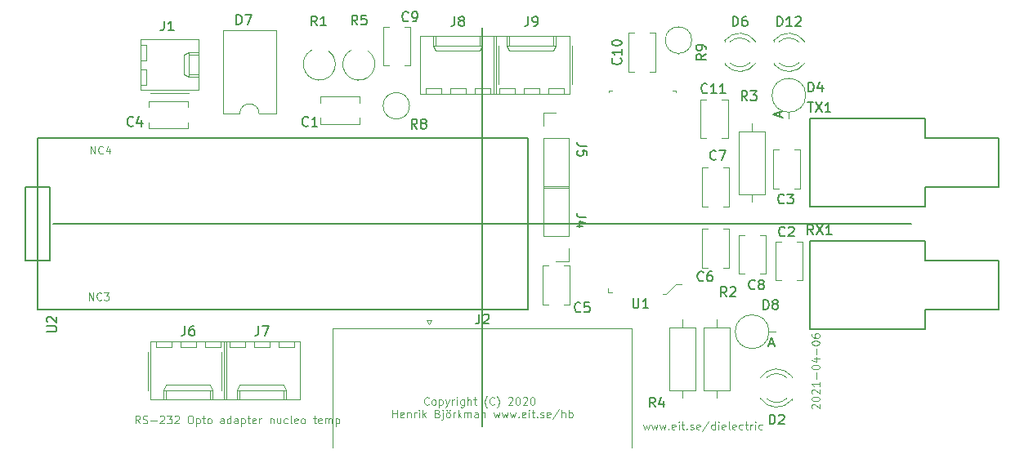
<source format=gbr>
G04 #@! TF.GenerationSoftware,KiCad,Pcbnew,5.1.5+dfsg1-2build2*
G04 #@! TF.CreationDate,2021-04-05T17:16:35+02:00*
G04 #@! TF.ProjectId,opto_board,6f70746f-5f62-46f6-9172-642e6b696361,rev?*
G04 #@! TF.SameCoordinates,Original*
G04 #@! TF.FileFunction,Legend,Top*
G04 #@! TF.FilePolarity,Positive*
%FSLAX46Y46*%
G04 Gerber Fmt 4.6, Leading zero omitted, Abs format (unit mm)*
G04 Created by KiCad (PCBNEW 5.1.5+dfsg1-2build2) date 2021-04-05 17:16:35*
%MOMM*%
%LPD*%
G04 APERTURE LIST*
%ADD10C,0.100000*%
%ADD11C,0.200000*%
%ADD12C,0.120000*%
%ADD13C,0.150000*%
G04 APERTURE END LIST*
D10*
X148482095Y-108025714D02*
X148444000Y-107987619D01*
X148405904Y-107911428D01*
X148405904Y-107720952D01*
X148444000Y-107644761D01*
X148482095Y-107606666D01*
X148558285Y-107568571D01*
X148634476Y-107568571D01*
X148748761Y-107606666D01*
X149205904Y-108063809D01*
X149205904Y-107568571D01*
X148405904Y-107073333D02*
X148405904Y-106997142D01*
X148444000Y-106920952D01*
X148482095Y-106882857D01*
X148558285Y-106844761D01*
X148710666Y-106806666D01*
X148901142Y-106806666D01*
X149053523Y-106844761D01*
X149129714Y-106882857D01*
X149167809Y-106920952D01*
X149205904Y-106997142D01*
X149205904Y-107073333D01*
X149167809Y-107149523D01*
X149129714Y-107187619D01*
X149053523Y-107225714D01*
X148901142Y-107263809D01*
X148710666Y-107263809D01*
X148558285Y-107225714D01*
X148482095Y-107187619D01*
X148444000Y-107149523D01*
X148405904Y-107073333D01*
X148482095Y-106501904D02*
X148444000Y-106463809D01*
X148405904Y-106387619D01*
X148405904Y-106197142D01*
X148444000Y-106120952D01*
X148482095Y-106082857D01*
X148558285Y-106044761D01*
X148634476Y-106044761D01*
X148748761Y-106082857D01*
X149205904Y-106540000D01*
X149205904Y-106044761D01*
X149205904Y-105282857D02*
X149205904Y-105740000D01*
X149205904Y-105511428D02*
X148405904Y-105511428D01*
X148520190Y-105587619D01*
X148596380Y-105663809D01*
X148634476Y-105740000D01*
X148901142Y-104940000D02*
X148901142Y-104330476D01*
X148405904Y-103797142D02*
X148405904Y-103720952D01*
X148444000Y-103644761D01*
X148482095Y-103606666D01*
X148558285Y-103568571D01*
X148710666Y-103530476D01*
X148901142Y-103530476D01*
X149053523Y-103568571D01*
X149129714Y-103606666D01*
X149167809Y-103644761D01*
X149205904Y-103720952D01*
X149205904Y-103797142D01*
X149167809Y-103873333D01*
X149129714Y-103911428D01*
X149053523Y-103949523D01*
X148901142Y-103987619D01*
X148710666Y-103987619D01*
X148558285Y-103949523D01*
X148482095Y-103911428D01*
X148444000Y-103873333D01*
X148405904Y-103797142D01*
X148672571Y-102844761D02*
X149205904Y-102844761D01*
X148367809Y-103035238D02*
X148939238Y-103225714D01*
X148939238Y-102730476D01*
X148901142Y-102425714D02*
X148901142Y-101816190D01*
X148405904Y-101282857D02*
X148405904Y-101206666D01*
X148444000Y-101130476D01*
X148482095Y-101092380D01*
X148558285Y-101054285D01*
X148710666Y-101016190D01*
X148901142Y-101016190D01*
X149053523Y-101054285D01*
X149129714Y-101092380D01*
X149167809Y-101130476D01*
X149205904Y-101206666D01*
X149205904Y-101282857D01*
X149167809Y-101359047D01*
X149129714Y-101397142D01*
X149053523Y-101435238D01*
X148901142Y-101473333D01*
X148710666Y-101473333D01*
X148558285Y-101435238D01*
X148482095Y-101397142D01*
X148444000Y-101359047D01*
X148405904Y-101282857D01*
X148405904Y-100330476D02*
X148405904Y-100482857D01*
X148444000Y-100559047D01*
X148482095Y-100597142D01*
X148596380Y-100673333D01*
X148748761Y-100711428D01*
X149053523Y-100711428D01*
X149129714Y-100673333D01*
X149167809Y-100635238D01*
X149205904Y-100559047D01*
X149205904Y-100406666D01*
X149167809Y-100330476D01*
X149129714Y-100292380D01*
X149053523Y-100254285D01*
X148863047Y-100254285D01*
X148786857Y-100292380D01*
X148748761Y-100330476D01*
X148710666Y-100406666D01*
X148710666Y-100559047D01*
X148748761Y-100635238D01*
X148786857Y-100673333D01*
X148863047Y-100711428D01*
X73539476Y-96805704D02*
X73539476Y-96005704D01*
X73996619Y-96805704D01*
X73996619Y-96005704D01*
X74834714Y-96729514D02*
X74796619Y-96767609D01*
X74682333Y-96805704D01*
X74606142Y-96805704D01*
X74491857Y-96767609D01*
X74415666Y-96691419D01*
X74377571Y-96615228D01*
X74339476Y-96462847D01*
X74339476Y-96348561D01*
X74377571Y-96196180D01*
X74415666Y-96119990D01*
X74491857Y-96043800D01*
X74606142Y-96005704D01*
X74682333Y-96005704D01*
X74796619Y-96043800D01*
X74834714Y-96081895D01*
X75101380Y-96005704D02*
X75596619Y-96005704D01*
X75329952Y-96310466D01*
X75444238Y-96310466D01*
X75520428Y-96348561D01*
X75558523Y-96386657D01*
X75596619Y-96462847D01*
X75596619Y-96653323D01*
X75558523Y-96729514D01*
X75520428Y-96767609D01*
X75444238Y-96805704D01*
X75215666Y-96805704D01*
X75139476Y-96767609D01*
X75101380Y-96729514D01*
X73691876Y-81641904D02*
X73691876Y-80841904D01*
X74149019Y-81641904D01*
X74149019Y-80841904D01*
X74987114Y-81565714D02*
X74949019Y-81603809D01*
X74834733Y-81641904D01*
X74758542Y-81641904D01*
X74644257Y-81603809D01*
X74568066Y-81527619D01*
X74529971Y-81451428D01*
X74491876Y-81299047D01*
X74491876Y-81184761D01*
X74529971Y-81032380D01*
X74568066Y-80956190D01*
X74644257Y-80880000D01*
X74758542Y-80841904D01*
X74834733Y-80841904D01*
X74949019Y-80880000D01*
X74987114Y-80918095D01*
X75672828Y-81108571D02*
X75672828Y-81641904D01*
X75482352Y-80803809D02*
X75291876Y-81375238D01*
X75787114Y-81375238D01*
X130988571Y-109683571D02*
X131140952Y-110216904D01*
X131293333Y-109835952D01*
X131445714Y-110216904D01*
X131598095Y-109683571D01*
X131826666Y-109683571D02*
X131979047Y-110216904D01*
X132131428Y-109835952D01*
X132283809Y-110216904D01*
X132436190Y-109683571D01*
X132664761Y-109683571D02*
X132817142Y-110216904D01*
X132969523Y-109835952D01*
X133121904Y-110216904D01*
X133274285Y-109683571D01*
X133579047Y-110140714D02*
X133617142Y-110178809D01*
X133579047Y-110216904D01*
X133540952Y-110178809D01*
X133579047Y-110140714D01*
X133579047Y-110216904D01*
X134264761Y-110178809D02*
X134188571Y-110216904D01*
X134036190Y-110216904D01*
X133960000Y-110178809D01*
X133921904Y-110102619D01*
X133921904Y-109797857D01*
X133960000Y-109721666D01*
X134036190Y-109683571D01*
X134188571Y-109683571D01*
X134264761Y-109721666D01*
X134302857Y-109797857D01*
X134302857Y-109874047D01*
X133921904Y-109950238D01*
X134645714Y-110216904D02*
X134645714Y-109683571D01*
X134645714Y-109416904D02*
X134607619Y-109455000D01*
X134645714Y-109493095D01*
X134683809Y-109455000D01*
X134645714Y-109416904D01*
X134645714Y-109493095D01*
X134912380Y-109683571D02*
X135217142Y-109683571D01*
X135026666Y-109416904D02*
X135026666Y-110102619D01*
X135064761Y-110178809D01*
X135140952Y-110216904D01*
X135217142Y-110216904D01*
X135483809Y-110140714D02*
X135521904Y-110178809D01*
X135483809Y-110216904D01*
X135445714Y-110178809D01*
X135483809Y-110140714D01*
X135483809Y-110216904D01*
X135826666Y-110178809D02*
X135902857Y-110216904D01*
X136055238Y-110216904D01*
X136131428Y-110178809D01*
X136169523Y-110102619D01*
X136169523Y-110064523D01*
X136131428Y-109988333D01*
X136055238Y-109950238D01*
X135940952Y-109950238D01*
X135864761Y-109912142D01*
X135826666Y-109835952D01*
X135826666Y-109797857D01*
X135864761Y-109721666D01*
X135940952Y-109683571D01*
X136055238Y-109683571D01*
X136131428Y-109721666D01*
X136817142Y-110178809D02*
X136740952Y-110216904D01*
X136588571Y-110216904D01*
X136512380Y-110178809D01*
X136474285Y-110102619D01*
X136474285Y-109797857D01*
X136512380Y-109721666D01*
X136588571Y-109683571D01*
X136740952Y-109683571D01*
X136817142Y-109721666D01*
X136855238Y-109797857D01*
X136855238Y-109874047D01*
X136474285Y-109950238D01*
X137769523Y-109378809D02*
X137083809Y-110407380D01*
X138379047Y-110216904D02*
X138379047Y-109416904D01*
X138379047Y-110178809D02*
X138302857Y-110216904D01*
X138150476Y-110216904D01*
X138074285Y-110178809D01*
X138036190Y-110140714D01*
X137998095Y-110064523D01*
X137998095Y-109835952D01*
X138036190Y-109759761D01*
X138074285Y-109721666D01*
X138150476Y-109683571D01*
X138302857Y-109683571D01*
X138379047Y-109721666D01*
X138760000Y-110216904D02*
X138760000Y-109683571D01*
X138760000Y-109416904D02*
X138721904Y-109455000D01*
X138760000Y-109493095D01*
X138798095Y-109455000D01*
X138760000Y-109416904D01*
X138760000Y-109493095D01*
X139445714Y-110178809D02*
X139369523Y-110216904D01*
X139217142Y-110216904D01*
X139140952Y-110178809D01*
X139102857Y-110102619D01*
X139102857Y-109797857D01*
X139140952Y-109721666D01*
X139217142Y-109683571D01*
X139369523Y-109683571D01*
X139445714Y-109721666D01*
X139483809Y-109797857D01*
X139483809Y-109874047D01*
X139102857Y-109950238D01*
X139940952Y-110216904D02*
X139864761Y-110178809D01*
X139826666Y-110102619D01*
X139826666Y-109416904D01*
X140550476Y-110178809D02*
X140474285Y-110216904D01*
X140321904Y-110216904D01*
X140245714Y-110178809D01*
X140207619Y-110102619D01*
X140207619Y-109797857D01*
X140245714Y-109721666D01*
X140321904Y-109683571D01*
X140474285Y-109683571D01*
X140550476Y-109721666D01*
X140588571Y-109797857D01*
X140588571Y-109874047D01*
X140207619Y-109950238D01*
X141274285Y-110178809D02*
X141198095Y-110216904D01*
X141045714Y-110216904D01*
X140969523Y-110178809D01*
X140931428Y-110140714D01*
X140893333Y-110064523D01*
X140893333Y-109835952D01*
X140931428Y-109759761D01*
X140969523Y-109721666D01*
X141045714Y-109683571D01*
X141198095Y-109683571D01*
X141274285Y-109721666D01*
X141502857Y-109683571D02*
X141807619Y-109683571D01*
X141617142Y-109416904D02*
X141617142Y-110102619D01*
X141655238Y-110178809D01*
X141731428Y-110216904D01*
X141807619Y-110216904D01*
X142074285Y-110216904D02*
X142074285Y-109683571D01*
X142074285Y-109835952D02*
X142112380Y-109759761D01*
X142150476Y-109721666D01*
X142226666Y-109683571D01*
X142302857Y-109683571D01*
X142569523Y-110216904D02*
X142569523Y-109683571D01*
X142569523Y-109416904D02*
X142531428Y-109455000D01*
X142569523Y-109493095D01*
X142607619Y-109455000D01*
X142569523Y-109416904D01*
X142569523Y-109493095D01*
X143293333Y-110178809D02*
X143217142Y-110216904D01*
X143064761Y-110216904D01*
X142988571Y-110178809D01*
X142950476Y-110140714D01*
X142912380Y-110064523D01*
X142912380Y-109835952D01*
X142950476Y-109759761D01*
X142988571Y-109721666D01*
X143064761Y-109683571D01*
X143217142Y-109683571D01*
X143293333Y-109721666D01*
X78823809Y-109581904D02*
X78557142Y-109200952D01*
X78366666Y-109581904D02*
X78366666Y-108781904D01*
X78671428Y-108781904D01*
X78747619Y-108820000D01*
X78785714Y-108858095D01*
X78823809Y-108934285D01*
X78823809Y-109048571D01*
X78785714Y-109124761D01*
X78747619Y-109162857D01*
X78671428Y-109200952D01*
X78366666Y-109200952D01*
X79128571Y-109543809D02*
X79242857Y-109581904D01*
X79433333Y-109581904D01*
X79509523Y-109543809D01*
X79547619Y-109505714D01*
X79585714Y-109429523D01*
X79585714Y-109353333D01*
X79547619Y-109277142D01*
X79509523Y-109239047D01*
X79433333Y-109200952D01*
X79280952Y-109162857D01*
X79204761Y-109124761D01*
X79166666Y-109086666D01*
X79128571Y-109010476D01*
X79128571Y-108934285D01*
X79166666Y-108858095D01*
X79204761Y-108820000D01*
X79280952Y-108781904D01*
X79471428Y-108781904D01*
X79585714Y-108820000D01*
X79928571Y-109277142D02*
X80538095Y-109277142D01*
X80880952Y-108858095D02*
X80919047Y-108820000D01*
X80995238Y-108781904D01*
X81185714Y-108781904D01*
X81261904Y-108820000D01*
X81300000Y-108858095D01*
X81338095Y-108934285D01*
X81338095Y-109010476D01*
X81300000Y-109124761D01*
X80842857Y-109581904D01*
X81338095Y-109581904D01*
X81604761Y-108781904D02*
X82100000Y-108781904D01*
X81833333Y-109086666D01*
X81947619Y-109086666D01*
X82023809Y-109124761D01*
X82061904Y-109162857D01*
X82100000Y-109239047D01*
X82100000Y-109429523D01*
X82061904Y-109505714D01*
X82023809Y-109543809D01*
X81947619Y-109581904D01*
X81719047Y-109581904D01*
X81642857Y-109543809D01*
X81604761Y-109505714D01*
X82404761Y-108858095D02*
X82442857Y-108820000D01*
X82519047Y-108781904D01*
X82709523Y-108781904D01*
X82785714Y-108820000D01*
X82823809Y-108858095D01*
X82861904Y-108934285D01*
X82861904Y-109010476D01*
X82823809Y-109124761D01*
X82366666Y-109581904D01*
X82861904Y-109581904D01*
X83966666Y-108781904D02*
X84119047Y-108781904D01*
X84195238Y-108820000D01*
X84271428Y-108896190D01*
X84309523Y-109048571D01*
X84309523Y-109315238D01*
X84271428Y-109467619D01*
X84195238Y-109543809D01*
X84119047Y-109581904D01*
X83966666Y-109581904D01*
X83890476Y-109543809D01*
X83814285Y-109467619D01*
X83776190Y-109315238D01*
X83776190Y-109048571D01*
X83814285Y-108896190D01*
X83890476Y-108820000D01*
X83966666Y-108781904D01*
X84652380Y-109048571D02*
X84652380Y-109848571D01*
X84652380Y-109086666D02*
X84728571Y-109048571D01*
X84880952Y-109048571D01*
X84957142Y-109086666D01*
X84995238Y-109124761D01*
X85033333Y-109200952D01*
X85033333Y-109429523D01*
X84995238Y-109505714D01*
X84957142Y-109543809D01*
X84880952Y-109581904D01*
X84728571Y-109581904D01*
X84652380Y-109543809D01*
X85261904Y-109048571D02*
X85566666Y-109048571D01*
X85376190Y-108781904D02*
X85376190Y-109467619D01*
X85414285Y-109543809D01*
X85490476Y-109581904D01*
X85566666Y-109581904D01*
X85947619Y-109581904D02*
X85871428Y-109543809D01*
X85833333Y-109505714D01*
X85795238Y-109429523D01*
X85795238Y-109200952D01*
X85833333Y-109124761D01*
X85871428Y-109086666D01*
X85947619Y-109048571D01*
X86061904Y-109048571D01*
X86138095Y-109086666D01*
X86176190Y-109124761D01*
X86214285Y-109200952D01*
X86214285Y-109429523D01*
X86176190Y-109505714D01*
X86138095Y-109543809D01*
X86061904Y-109581904D01*
X85947619Y-109581904D01*
X87509523Y-109581904D02*
X87509523Y-109162857D01*
X87471428Y-109086666D01*
X87395238Y-109048571D01*
X87242857Y-109048571D01*
X87166666Y-109086666D01*
X87509523Y-109543809D02*
X87433333Y-109581904D01*
X87242857Y-109581904D01*
X87166666Y-109543809D01*
X87128571Y-109467619D01*
X87128571Y-109391428D01*
X87166666Y-109315238D01*
X87242857Y-109277142D01*
X87433333Y-109277142D01*
X87509523Y-109239047D01*
X88233333Y-109581904D02*
X88233333Y-108781904D01*
X88233333Y-109543809D02*
X88157142Y-109581904D01*
X88004761Y-109581904D01*
X87928571Y-109543809D01*
X87890476Y-109505714D01*
X87852380Y-109429523D01*
X87852380Y-109200952D01*
X87890476Y-109124761D01*
X87928571Y-109086666D01*
X88004761Y-109048571D01*
X88157142Y-109048571D01*
X88233333Y-109086666D01*
X88957142Y-109581904D02*
X88957142Y-109162857D01*
X88919047Y-109086666D01*
X88842857Y-109048571D01*
X88690476Y-109048571D01*
X88614285Y-109086666D01*
X88957142Y-109543809D02*
X88880952Y-109581904D01*
X88690476Y-109581904D01*
X88614285Y-109543809D01*
X88576190Y-109467619D01*
X88576190Y-109391428D01*
X88614285Y-109315238D01*
X88690476Y-109277142D01*
X88880952Y-109277142D01*
X88957142Y-109239047D01*
X89338095Y-109048571D02*
X89338095Y-109848571D01*
X89338095Y-109086666D02*
X89414285Y-109048571D01*
X89566666Y-109048571D01*
X89642857Y-109086666D01*
X89680952Y-109124761D01*
X89719047Y-109200952D01*
X89719047Y-109429523D01*
X89680952Y-109505714D01*
X89642857Y-109543809D01*
X89566666Y-109581904D01*
X89414285Y-109581904D01*
X89338095Y-109543809D01*
X89947619Y-109048571D02*
X90252380Y-109048571D01*
X90061904Y-108781904D02*
X90061904Y-109467619D01*
X90100000Y-109543809D01*
X90176190Y-109581904D01*
X90252380Y-109581904D01*
X90823809Y-109543809D02*
X90747619Y-109581904D01*
X90595238Y-109581904D01*
X90519047Y-109543809D01*
X90480952Y-109467619D01*
X90480952Y-109162857D01*
X90519047Y-109086666D01*
X90595238Y-109048571D01*
X90747619Y-109048571D01*
X90823809Y-109086666D01*
X90861904Y-109162857D01*
X90861904Y-109239047D01*
X90480952Y-109315238D01*
X91204761Y-109581904D02*
X91204761Y-109048571D01*
X91204761Y-109200952D02*
X91242857Y-109124761D01*
X91280952Y-109086666D01*
X91357142Y-109048571D01*
X91433333Y-109048571D01*
X92309523Y-109048571D02*
X92309523Y-109581904D01*
X92309523Y-109124761D02*
X92347619Y-109086666D01*
X92423809Y-109048571D01*
X92538095Y-109048571D01*
X92614285Y-109086666D01*
X92652380Y-109162857D01*
X92652380Y-109581904D01*
X93376190Y-109048571D02*
X93376190Y-109581904D01*
X93033333Y-109048571D02*
X93033333Y-109467619D01*
X93071428Y-109543809D01*
X93147619Y-109581904D01*
X93261904Y-109581904D01*
X93338095Y-109543809D01*
X93376190Y-109505714D01*
X94100000Y-109543809D02*
X94023809Y-109581904D01*
X93871428Y-109581904D01*
X93795238Y-109543809D01*
X93757142Y-109505714D01*
X93719047Y-109429523D01*
X93719047Y-109200952D01*
X93757142Y-109124761D01*
X93795238Y-109086666D01*
X93871428Y-109048571D01*
X94023809Y-109048571D01*
X94100000Y-109086666D01*
X94557142Y-109581904D02*
X94480952Y-109543809D01*
X94442857Y-109467619D01*
X94442857Y-108781904D01*
X95166666Y-109543809D02*
X95090476Y-109581904D01*
X94938095Y-109581904D01*
X94861904Y-109543809D01*
X94823809Y-109467619D01*
X94823809Y-109162857D01*
X94861904Y-109086666D01*
X94938095Y-109048571D01*
X95090476Y-109048571D01*
X95166666Y-109086666D01*
X95204761Y-109162857D01*
X95204761Y-109239047D01*
X94823809Y-109315238D01*
X95661904Y-109581904D02*
X95585714Y-109543809D01*
X95547619Y-109505714D01*
X95509523Y-109429523D01*
X95509523Y-109200952D01*
X95547619Y-109124761D01*
X95585714Y-109086666D01*
X95661904Y-109048571D01*
X95776190Y-109048571D01*
X95852380Y-109086666D01*
X95890476Y-109124761D01*
X95928571Y-109200952D01*
X95928571Y-109429523D01*
X95890476Y-109505714D01*
X95852380Y-109543809D01*
X95776190Y-109581904D01*
X95661904Y-109581904D01*
X96766666Y-109048571D02*
X97071428Y-109048571D01*
X96880952Y-108781904D02*
X96880952Y-109467619D01*
X96919047Y-109543809D01*
X96995238Y-109581904D01*
X97071428Y-109581904D01*
X97642857Y-109543809D02*
X97566666Y-109581904D01*
X97414285Y-109581904D01*
X97338095Y-109543809D01*
X97300000Y-109467619D01*
X97300000Y-109162857D01*
X97338095Y-109086666D01*
X97414285Y-109048571D01*
X97566666Y-109048571D01*
X97642857Y-109086666D01*
X97680952Y-109162857D01*
X97680952Y-109239047D01*
X97300000Y-109315238D01*
X98023809Y-109581904D02*
X98023809Y-109048571D01*
X98023809Y-109124761D02*
X98061904Y-109086666D01*
X98138095Y-109048571D01*
X98252380Y-109048571D01*
X98328571Y-109086666D01*
X98366666Y-109162857D01*
X98366666Y-109581904D01*
X98366666Y-109162857D02*
X98404761Y-109086666D01*
X98480952Y-109048571D01*
X98595238Y-109048571D01*
X98671428Y-109086666D01*
X98709523Y-109162857D01*
X98709523Y-109581904D01*
X99090476Y-109048571D02*
X99090476Y-109848571D01*
X99090476Y-109086666D02*
X99166666Y-109048571D01*
X99319047Y-109048571D01*
X99395238Y-109086666D01*
X99433333Y-109124761D01*
X99471428Y-109200952D01*
X99471428Y-109429523D01*
X99433333Y-109505714D01*
X99395238Y-109543809D01*
X99319047Y-109581904D01*
X99166666Y-109581904D01*
X99090476Y-109543809D01*
D11*
X158750000Y-88900000D02*
X69850000Y-88900000D01*
X114300000Y-109855000D02*
X114300000Y-68580000D01*
D10*
X108757142Y-107585714D02*
X108719047Y-107623809D01*
X108604761Y-107661904D01*
X108528571Y-107661904D01*
X108414285Y-107623809D01*
X108338095Y-107547619D01*
X108300000Y-107471428D01*
X108261904Y-107319047D01*
X108261904Y-107204761D01*
X108300000Y-107052380D01*
X108338095Y-106976190D01*
X108414285Y-106900000D01*
X108528571Y-106861904D01*
X108604761Y-106861904D01*
X108719047Y-106900000D01*
X108757142Y-106938095D01*
X109214285Y-107661904D02*
X109138095Y-107623809D01*
X109100000Y-107585714D01*
X109061904Y-107509523D01*
X109061904Y-107280952D01*
X109100000Y-107204761D01*
X109138095Y-107166666D01*
X109214285Y-107128571D01*
X109328571Y-107128571D01*
X109404761Y-107166666D01*
X109442857Y-107204761D01*
X109480952Y-107280952D01*
X109480952Y-107509523D01*
X109442857Y-107585714D01*
X109404761Y-107623809D01*
X109328571Y-107661904D01*
X109214285Y-107661904D01*
X109823809Y-107128571D02*
X109823809Y-107928571D01*
X109823809Y-107166666D02*
X109900000Y-107128571D01*
X110052380Y-107128571D01*
X110128571Y-107166666D01*
X110166666Y-107204761D01*
X110204761Y-107280952D01*
X110204761Y-107509523D01*
X110166666Y-107585714D01*
X110128571Y-107623809D01*
X110052380Y-107661904D01*
X109900000Y-107661904D01*
X109823809Y-107623809D01*
X110471428Y-107128571D02*
X110661904Y-107661904D01*
X110852380Y-107128571D02*
X110661904Y-107661904D01*
X110585714Y-107852380D01*
X110547619Y-107890476D01*
X110471428Y-107928571D01*
X111157142Y-107661904D02*
X111157142Y-107128571D01*
X111157142Y-107280952D02*
X111195238Y-107204761D01*
X111233333Y-107166666D01*
X111309523Y-107128571D01*
X111385714Y-107128571D01*
X111652380Y-107661904D02*
X111652380Y-107128571D01*
X111652380Y-106861904D02*
X111614285Y-106900000D01*
X111652380Y-106938095D01*
X111690476Y-106900000D01*
X111652380Y-106861904D01*
X111652380Y-106938095D01*
X112376190Y-107128571D02*
X112376190Y-107776190D01*
X112338095Y-107852380D01*
X112300000Y-107890476D01*
X112223809Y-107928571D01*
X112109523Y-107928571D01*
X112033333Y-107890476D01*
X112376190Y-107623809D02*
X112300000Y-107661904D01*
X112147619Y-107661904D01*
X112071428Y-107623809D01*
X112033333Y-107585714D01*
X111995238Y-107509523D01*
X111995238Y-107280952D01*
X112033333Y-107204761D01*
X112071428Y-107166666D01*
X112147619Y-107128571D01*
X112300000Y-107128571D01*
X112376190Y-107166666D01*
X112757142Y-107661904D02*
X112757142Y-106861904D01*
X113100000Y-107661904D02*
X113100000Y-107242857D01*
X113061904Y-107166666D01*
X112985714Y-107128571D01*
X112871428Y-107128571D01*
X112795238Y-107166666D01*
X112757142Y-107204761D01*
X113366666Y-107128571D02*
X113671428Y-107128571D01*
X113480952Y-106861904D02*
X113480952Y-107547619D01*
X113519047Y-107623809D01*
X113595238Y-107661904D01*
X113671428Y-107661904D01*
X114776190Y-107966666D02*
X114738095Y-107928571D01*
X114661904Y-107814285D01*
X114623809Y-107738095D01*
X114585714Y-107623809D01*
X114547619Y-107433333D01*
X114547619Y-107280952D01*
X114585714Y-107090476D01*
X114623809Y-106976190D01*
X114661904Y-106900000D01*
X114738095Y-106785714D01*
X114776190Y-106747619D01*
X115538095Y-107585714D02*
X115500000Y-107623809D01*
X115385714Y-107661904D01*
X115309523Y-107661904D01*
X115195238Y-107623809D01*
X115119047Y-107547619D01*
X115080952Y-107471428D01*
X115042857Y-107319047D01*
X115042857Y-107204761D01*
X115080952Y-107052380D01*
X115119047Y-106976190D01*
X115195238Y-106900000D01*
X115309523Y-106861904D01*
X115385714Y-106861904D01*
X115500000Y-106900000D01*
X115538095Y-106938095D01*
X115804761Y-107966666D02*
X115842857Y-107928571D01*
X115919047Y-107814285D01*
X115957142Y-107738095D01*
X115995238Y-107623809D01*
X116033333Y-107433333D01*
X116033333Y-107280952D01*
X115995238Y-107090476D01*
X115957142Y-106976190D01*
X115919047Y-106900000D01*
X115842857Y-106785714D01*
X115804761Y-106747619D01*
X116985714Y-106938095D02*
X117023809Y-106900000D01*
X117100000Y-106861904D01*
X117290476Y-106861904D01*
X117366666Y-106900000D01*
X117404761Y-106938095D01*
X117442857Y-107014285D01*
X117442857Y-107090476D01*
X117404761Y-107204761D01*
X116947619Y-107661904D01*
X117442857Y-107661904D01*
X117938095Y-106861904D02*
X118014285Y-106861904D01*
X118090476Y-106900000D01*
X118128571Y-106938095D01*
X118166666Y-107014285D01*
X118204761Y-107166666D01*
X118204761Y-107357142D01*
X118166666Y-107509523D01*
X118128571Y-107585714D01*
X118090476Y-107623809D01*
X118014285Y-107661904D01*
X117938095Y-107661904D01*
X117861904Y-107623809D01*
X117823809Y-107585714D01*
X117785714Y-107509523D01*
X117747619Y-107357142D01*
X117747619Y-107166666D01*
X117785714Y-107014285D01*
X117823809Y-106938095D01*
X117861904Y-106900000D01*
X117938095Y-106861904D01*
X118509523Y-106938095D02*
X118547619Y-106900000D01*
X118623809Y-106861904D01*
X118814285Y-106861904D01*
X118890476Y-106900000D01*
X118928571Y-106938095D01*
X118966666Y-107014285D01*
X118966666Y-107090476D01*
X118928571Y-107204761D01*
X118471428Y-107661904D01*
X118966666Y-107661904D01*
X119461904Y-106861904D02*
X119538095Y-106861904D01*
X119614285Y-106900000D01*
X119652380Y-106938095D01*
X119690476Y-107014285D01*
X119728571Y-107166666D01*
X119728571Y-107357142D01*
X119690476Y-107509523D01*
X119652380Y-107585714D01*
X119614285Y-107623809D01*
X119538095Y-107661904D01*
X119461904Y-107661904D01*
X119385714Y-107623809D01*
X119347619Y-107585714D01*
X119309523Y-107509523D01*
X119271428Y-107357142D01*
X119271428Y-107166666D01*
X119309523Y-107014285D01*
X119347619Y-106938095D01*
X119385714Y-106900000D01*
X119461904Y-106861904D01*
X105004761Y-108961904D02*
X105004761Y-108161904D01*
X105004761Y-108542857D02*
X105461904Y-108542857D01*
X105461904Y-108961904D02*
X105461904Y-108161904D01*
X106147619Y-108923809D02*
X106071428Y-108961904D01*
X105919047Y-108961904D01*
X105842857Y-108923809D01*
X105804761Y-108847619D01*
X105804761Y-108542857D01*
X105842857Y-108466666D01*
X105919047Y-108428571D01*
X106071428Y-108428571D01*
X106147619Y-108466666D01*
X106185714Y-108542857D01*
X106185714Y-108619047D01*
X105804761Y-108695238D01*
X106528571Y-108428571D02*
X106528571Y-108961904D01*
X106528571Y-108504761D02*
X106566666Y-108466666D01*
X106642857Y-108428571D01*
X106757142Y-108428571D01*
X106833333Y-108466666D01*
X106871428Y-108542857D01*
X106871428Y-108961904D01*
X107252380Y-108961904D02*
X107252380Y-108428571D01*
X107252380Y-108580952D02*
X107290476Y-108504761D01*
X107328571Y-108466666D01*
X107404761Y-108428571D01*
X107480952Y-108428571D01*
X107747619Y-108961904D02*
X107747619Y-108428571D01*
X107747619Y-108161904D02*
X107709523Y-108200000D01*
X107747619Y-108238095D01*
X107785714Y-108200000D01*
X107747619Y-108161904D01*
X107747619Y-108238095D01*
X108128571Y-108961904D02*
X108128571Y-108161904D01*
X108204761Y-108657142D02*
X108433333Y-108961904D01*
X108433333Y-108428571D02*
X108128571Y-108733333D01*
X109652380Y-108542857D02*
X109766666Y-108580952D01*
X109804761Y-108619047D01*
X109842857Y-108695238D01*
X109842857Y-108809523D01*
X109804761Y-108885714D01*
X109766666Y-108923809D01*
X109690476Y-108961904D01*
X109385714Y-108961904D01*
X109385714Y-108161904D01*
X109652380Y-108161904D01*
X109728571Y-108200000D01*
X109766666Y-108238095D01*
X109804761Y-108314285D01*
X109804761Y-108390476D01*
X109766666Y-108466666D01*
X109728571Y-108504761D01*
X109652380Y-108542857D01*
X109385714Y-108542857D01*
X110185714Y-108428571D02*
X110185714Y-109114285D01*
X110147619Y-109190476D01*
X110071428Y-109228571D01*
X110033333Y-109228571D01*
X110185714Y-108161904D02*
X110147619Y-108200000D01*
X110185714Y-108238095D01*
X110223809Y-108200000D01*
X110185714Y-108161904D01*
X110185714Y-108238095D01*
X110680952Y-108961904D02*
X110604761Y-108923809D01*
X110566666Y-108885714D01*
X110528571Y-108809523D01*
X110528571Y-108580952D01*
X110566666Y-108504761D01*
X110604761Y-108466666D01*
X110680952Y-108428571D01*
X110795238Y-108428571D01*
X110871428Y-108466666D01*
X110909523Y-108504761D01*
X110947619Y-108580952D01*
X110947619Y-108809523D01*
X110909523Y-108885714D01*
X110871428Y-108923809D01*
X110795238Y-108961904D01*
X110680952Y-108961904D01*
X110604761Y-108161904D02*
X110642857Y-108200000D01*
X110604761Y-108238095D01*
X110566666Y-108200000D01*
X110604761Y-108161904D01*
X110604761Y-108238095D01*
X110909523Y-108161904D02*
X110947619Y-108200000D01*
X110909523Y-108238095D01*
X110871428Y-108200000D01*
X110909523Y-108161904D01*
X110909523Y-108238095D01*
X111290476Y-108961904D02*
X111290476Y-108428571D01*
X111290476Y-108580952D02*
X111328571Y-108504761D01*
X111366666Y-108466666D01*
X111442857Y-108428571D01*
X111519047Y-108428571D01*
X111785714Y-108961904D02*
X111785714Y-108161904D01*
X111861904Y-108657142D02*
X112090476Y-108961904D01*
X112090476Y-108428571D02*
X111785714Y-108733333D01*
X112433333Y-108961904D02*
X112433333Y-108428571D01*
X112433333Y-108504761D02*
X112471428Y-108466666D01*
X112547619Y-108428571D01*
X112661904Y-108428571D01*
X112738095Y-108466666D01*
X112776190Y-108542857D01*
X112776190Y-108961904D01*
X112776190Y-108542857D02*
X112814285Y-108466666D01*
X112890476Y-108428571D01*
X113004761Y-108428571D01*
X113080952Y-108466666D01*
X113119047Y-108542857D01*
X113119047Y-108961904D01*
X113842857Y-108961904D02*
X113842857Y-108542857D01*
X113804761Y-108466666D01*
X113728571Y-108428571D01*
X113576190Y-108428571D01*
X113500000Y-108466666D01*
X113842857Y-108923809D02*
X113766666Y-108961904D01*
X113576190Y-108961904D01*
X113500000Y-108923809D01*
X113461904Y-108847619D01*
X113461904Y-108771428D01*
X113500000Y-108695238D01*
X113576190Y-108657142D01*
X113766666Y-108657142D01*
X113842857Y-108619047D01*
X114223809Y-108428571D02*
X114223809Y-108961904D01*
X114223809Y-108504761D02*
X114261904Y-108466666D01*
X114338095Y-108428571D01*
X114452380Y-108428571D01*
X114528571Y-108466666D01*
X114566666Y-108542857D01*
X114566666Y-108961904D01*
X115480952Y-108428571D02*
X115633333Y-108961904D01*
X115785714Y-108580952D01*
X115938095Y-108961904D01*
X116090476Y-108428571D01*
X116319047Y-108428571D02*
X116471428Y-108961904D01*
X116623809Y-108580952D01*
X116776190Y-108961904D01*
X116928571Y-108428571D01*
X117157142Y-108428571D02*
X117309523Y-108961904D01*
X117461904Y-108580952D01*
X117614285Y-108961904D01*
X117766666Y-108428571D01*
X118071428Y-108885714D02*
X118109523Y-108923809D01*
X118071428Y-108961904D01*
X118033333Y-108923809D01*
X118071428Y-108885714D01*
X118071428Y-108961904D01*
X118757142Y-108923809D02*
X118680952Y-108961904D01*
X118528571Y-108961904D01*
X118452380Y-108923809D01*
X118414285Y-108847619D01*
X118414285Y-108542857D01*
X118452380Y-108466666D01*
X118528571Y-108428571D01*
X118680952Y-108428571D01*
X118757142Y-108466666D01*
X118795238Y-108542857D01*
X118795238Y-108619047D01*
X118414285Y-108695238D01*
X119138095Y-108961904D02*
X119138095Y-108428571D01*
X119138095Y-108161904D02*
X119100000Y-108200000D01*
X119138095Y-108238095D01*
X119176190Y-108200000D01*
X119138095Y-108161904D01*
X119138095Y-108238095D01*
X119404761Y-108428571D02*
X119709523Y-108428571D01*
X119519047Y-108161904D02*
X119519047Y-108847619D01*
X119557142Y-108923809D01*
X119633333Y-108961904D01*
X119709523Y-108961904D01*
X119976190Y-108885714D02*
X120014285Y-108923809D01*
X119976190Y-108961904D01*
X119938095Y-108923809D01*
X119976190Y-108885714D01*
X119976190Y-108961904D01*
X120319047Y-108923809D02*
X120395238Y-108961904D01*
X120547619Y-108961904D01*
X120623809Y-108923809D01*
X120661904Y-108847619D01*
X120661904Y-108809523D01*
X120623809Y-108733333D01*
X120547619Y-108695238D01*
X120433333Y-108695238D01*
X120357142Y-108657142D01*
X120319047Y-108580952D01*
X120319047Y-108542857D01*
X120357142Y-108466666D01*
X120433333Y-108428571D01*
X120547619Y-108428571D01*
X120623809Y-108466666D01*
X121309523Y-108923809D02*
X121233333Y-108961904D01*
X121080952Y-108961904D01*
X121004761Y-108923809D01*
X120966666Y-108847619D01*
X120966666Y-108542857D01*
X121004761Y-108466666D01*
X121080952Y-108428571D01*
X121233333Y-108428571D01*
X121309523Y-108466666D01*
X121347619Y-108542857D01*
X121347619Y-108619047D01*
X120966666Y-108695238D01*
X122261904Y-108123809D02*
X121576190Y-109152380D01*
X122528571Y-108961904D02*
X122528571Y-108161904D01*
X122871428Y-108961904D02*
X122871428Y-108542857D01*
X122833333Y-108466666D01*
X122757142Y-108428571D01*
X122642857Y-108428571D01*
X122566666Y-108466666D01*
X122528571Y-108504761D01*
X123252380Y-108961904D02*
X123252380Y-108161904D01*
X123252380Y-108466666D02*
X123328571Y-108428571D01*
X123480952Y-108428571D01*
X123557142Y-108466666D01*
X123595238Y-108504761D01*
X123633333Y-108580952D01*
X123633333Y-108809523D01*
X123595238Y-108885714D01*
X123557142Y-108923809D01*
X123480952Y-108961904D01*
X123328571Y-108961904D01*
X123252380Y-108923809D01*
D12*
X102469780Y-70994425D02*
G75*
G02X100698400Y-70885928I-971380J-1344775D01*
G01*
X98380380Y-70994425D02*
G75*
G02X96609000Y-70885928I-971380J-1344775D01*
G01*
X136371000Y-99600000D02*
X133631000Y-99600000D01*
X133631000Y-99600000D02*
X133631000Y-106140000D01*
X133631000Y-106140000D02*
X136371000Y-106140000D01*
X136371000Y-106140000D02*
X136371000Y-99600000D01*
X135001000Y-98830000D02*
X135001000Y-99600000D01*
X135001000Y-106910000D02*
X135001000Y-106140000D01*
X98815000Y-112080000D02*
X98815000Y-99740000D01*
X98815000Y-99740000D02*
X129785000Y-99740000D01*
X129785000Y-99740000D02*
X129785000Y-112080000D01*
X108510000Y-98845662D02*
X109010000Y-98845662D01*
X109010000Y-98845662D02*
X108760000Y-99278675D01*
X108760000Y-99278675D02*
X108510000Y-98845662D01*
X139723000Y-75978000D02*
X139723000Y-80018000D01*
X136883000Y-75978000D02*
X136883000Y-80018000D01*
X139723000Y-75978000D02*
X139098000Y-75978000D01*
X137508000Y-75978000D02*
X136883000Y-75978000D01*
X139723000Y-80018000D02*
X139098000Y-80018000D01*
X137508000Y-80018000D02*
X136883000Y-80018000D01*
X97553400Y-75694400D02*
X101593400Y-75694400D01*
X97553400Y-78534400D02*
X101593400Y-78534400D01*
X97553400Y-75694400D02*
X97553400Y-76319400D01*
X97553400Y-77909400D02*
X97553400Y-78534400D01*
X101593400Y-75694400D02*
X101593400Y-76319400D01*
X101593400Y-77909400D02*
X101593400Y-78534400D01*
X78885000Y-75040000D02*
X84905000Y-75040000D01*
X84905000Y-75040000D02*
X84905000Y-69740000D01*
X84905000Y-69740000D02*
X78885000Y-69740000D01*
X78885000Y-69740000D02*
X78885000Y-75040000D01*
X79915000Y-75330000D02*
X83915000Y-75330000D01*
X84905000Y-73660000D02*
X83905000Y-73660000D01*
X83905000Y-73660000D02*
X83905000Y-71120000D01*
X83905000Y-71120000D02*
X84905000Y-71120000D01*
X83905000Y-73660000D02*
X83375000Y-73410000D01*
X83375000Y-73410000D02*
X83375000Y-71370000D01*
X83375000Y-71370000D02*
X83905000Y-71120000D01*
X84905000Y-73410000D02*
X83905000Y-73410000D01*
X84905000Y-71370000D02*
X83905000Y-71370000D01*
X78885000Y-74460000D02*
X79485000Y-74460000D01*
X79485000Y-74460000D02*
X79485000Y-72860000D01*
X79485000Y-72860000D02*
X78885000Y-72860000D01*
X78885000Y-71920000D02*
X79485000Y-71920000D01*
X79485000Y-71920000D02*
X79485000Y-70320000D01*
X79485000Y-70320000D02*
X78885000Y-70320000D01*
X87400000Y-77465000D02*
X89170000Y-77465000D01*
X87400000Y-68865000D02*
X87400000Y-77465000D01*
X92940000Y-68865000D02*
X87400000Y-68865000D01*
X92940000Y-77465000D02*
X92940000Y-68865000D01*
X91170000Y-77465000D02*
X92940000Y-77465000D01*
X89170000Y-77465000D02*
G75*
G02X91170000Y-77465000I1000000J0D01*
G01*
X115680000Y-75420000D02*
X115680000Y-69400000D01*
X115680000Y-69400000D02*
X107840000Y-69400000D01*
X107840000Y-69400000D02*
X107840000Y-75420000D01*
X107840000Y-75420000D02*
X115680000Y-75420000D01*
X115970000Y-74390000D02*
X115970000Y-70390000D01*
X114300000Y-69400000D02*
X114300000Y-70400000D01*
X114300000Y-70400000D02*
X109220000Y-70400000D01*
X109220000Y-70400000D02*
X109220000Y-69400000D01*
X114300000Y-70400000D02*
X114050000Y-70930000D01*
X114050000Y-70930000D02*
X109470000Y-70930000D01*
X109470000Y-70930000D02*
X109220000Y-70400000D01*
X114050000Y-69400000D02*
X114050000Y-70400000D01*
X109470000Y-69400000D02*
X109470000Y-70400000D01*
X115100000Y-75420000D02*
X115100000Y-74820000D01*
X115100000Y-74820000D02*
X113500000Y-74820000D01*
X113500000Y-74820000D02*
X113500000Y-75420000D01*
X112560000Y-75420000D02*
X112560000Y-74820000D01*
X112560000Y-74820000D02*
X110960000Y-74820000D01*
X110960000Y-74820000D02*
X110960000Y-75420000D01*
X110020000Y-75420000D02*
X110020000Y-74820000D01*
X110020000Y-74820000D02*
X108420000Y-74820000D01*
X108420000Y-74820000D02*
X108420000Y-75420000D01*
X105384600Y-75287200D02*
X105384600Y-75217200D01*
X106754600Y-76657200D02*
G75*
G03X106754600Y-76657200I-1370000J0D01*
G01*
X135990000Y-69850000D02*
G75*
G03X135990000Y-69850000I-1370000J0D01*
G01*
X134620000Y-71220000D02*
X134620000Y-71290000D01*
X130015000Y-73120000D02*
X129390000Y-73120000D01*
X132230000Y-73120000D02*
X131605000Y-73120000D01*
X130015000Y-69080000D02*
X129390000Y-69080000D01*
X132230000Y-69080000D02*
X131605000Y-69080000D01*
X129390000Y-69080000D02*
X129390000Y-73120000D01*
X132230000Y-69080000D02*
X132230000Y-73120000D01*
X106830000Y-68445000D02*
X106830000Y-72485000D01*
X103990000Y-68445000D02*
X103990000Y-72485000D01*
X106830000Y-68445000D02*
X106205000Y-68445000D01*
X104615000Y-68445000D02*
X103990000Y-68445000D01*
X106830000Y-72485000D02*
X106205000Y-72485000D01*
X104615000Y-72485000D02*
X103990000Y-72485000D01*
D13*
X68195000Y-97790000D02*
X118995000Y-97790000D01*
X118995000Y-97790000D02*
X118995000Y-80010000D01*
X118995000Y-80010000D02*
X68195000Y-80010000D01*
X68195000Y-80010000D02*
X68195000Y-97790000D01*
X66925000Y-92710000D02*
X69465000Y-92710000D01*
X69465000Y-92710000D02*
X69465000Y-85090000D01*
X69465000Y-85090000D02*
X66925000Y-85090000D01*
X66925000Y-85090000D02*
X66925000Y-92710000D01*
X148202000Y-77978000D02*
X148202000Y-87122000D01*
X148202000Y-87122000D02*
X160140000Y-87122000D01*
X160140000Y-87122000D02*
X160140000Y-85090000D01*
X160140000Y-85090000D02*
X167760000Y-85090000D01*
X167760000Y-85090000D02*
X167760000Y-80010000D01*
X167760000Y-80010000D02*
X160140000Y-80010000D01*
X160140000Y-80010000D02*
X160140000Y-77978000D01*
X160140000Y-77978000D02*
X148202000Y-77978000D01*
D12*
X116040000Y-74820000D02*
X116040000Y-75420000D01*
X117640000Y-74820000D02*
X116040000Y-74820000D01*
X117640000Y-75420000D02*
X117640000Y-74820000D01*
X118580000Y-74820000D02*
X118580000Y-75420000D01*
X120180000Y-74820000D02*
X118580000Y-74820000D01*
X120180000Y-75420000D02*
X120180000Y-74820000D01*
X121120000Y-74820000D02*
X121120000Y-75420000D01*
X122720000Y-74820000D02*
X121120000Y-74820000D01*
X122720000Y-75420000D02*
X122720000Y-74820000D01*
X117090000Y-69400000D02*
X117090000Y-70400000D01*
X121670000Y-69400000D02*
X121670000Y-70400000D01*
X117090000Y-70930000D02*
X116840000Y-70400000D01*
X121670000Y-70930000D02*
X117090000Y-70930000D01*
X121920000Y-70400000D02*
X121670000Y-70930000D01*
X116840000Y-70400000D02*
X116840000Y-69400000D01*
X121920000Y-70400000D02*
X116840000Y-70400000D01*
X121920000Y-69400000D02*
X121920000Y-70400000D01*
X123590000Y-74390000D02*
X123590000Y-70390000D01*
X115460000Y-75420000D02*
X123300000Y-75420000D01*
X115460000Y-69400000D02*
X115460000Y-75420000D01*
X123300000Y-69400000D02*
X115460000Y-69400000D01*
X123300000Y-75420000D02*
X123300000Y-69400000D01*
X94780000Y-101710000D02*
X94780000Y-101110000D01*
X93180000Y-101710000D02*
X94780000Y-101710000D01*
X93180000Y-101110000D02*
X93180000Y-101710000D01*
X92240000Y-101710000D02*
X92240000Y-101110000D01*
X90640000Y-101710000D02*
X92240000Y-101710000D01*
X90640000Y-101110000D02*
X90640000Y-101710000D01*
X89700000Y-101710000D02*
X89700000Y-101110000D01*
X88100000Y-101710000D02*
X89700000Y-101710000D01*
X88100000Y-101110000D02*
X88100000Y-101710000D01*
X93730000Y-107130000D02*
X93730000Y-106130000D01*
X89150000Y-107130000D02*
X89150000Y-106130000D01*
X93730000Y-105600000D02*
X93980000Y-106130000D01*
X89150000Y-105600000D02*
X93730000Y-105600000D01*
X88900000Y-106130000D02*
X89150000Y-105600000D01*
X93980000Y-106130000D02*
X93980000Y-107130000D01*
X88900000Y-106130000D02*
X93980000Y-106130000D01*
X88900000Y-107130000D02*
X88900000Y-106130000D01*
X87230000Y-102140000D02*
X87230000Y-106140000D01*
X95360000Y-101110000D02*
X87520000Y-101110000D01*
X95360000Y-107130000D02*
X95360000Y-101110000D01*
X87520000Y-107130000D02*
X95360000Y-107130000D01*
X87520000Y-101110000D02*
X87520000Y-107130000D01*
X79900000Y-101110000D02*
X79900000Y-107130000D01*
X79900000Y-107130000D02*
X87740000Y-107130000D01*
X87740000Y-107130000D02*
X87740000Y-101110000D01*
X87740000Y-101110000D02*
X79900000Y-101110000D01*
X79610000Y-102140000D02*
X79610000Y-106140000D01*
X81280000Y-107130000D02*
X81280000Y-106130000D01*
X81280000Y-106130000D02*
X86360000Y-106130000D01*
X86360000Y-106130000D02*
X86360000Y-107130000D01*
X81280000Y-106130000D02*
X81530000Y-105600000D01*
X81530000Y-105600000D02*
X86110000Y-105600000D01*
X86110000Y-105600000D02*
X86360000Y-106130000D01*
X81530000Y-107130000D02*
X81530000Y-106130000D01*
X86110000Y-107130000D02*
X86110000Y-106130000D01*
X80480000Y-101110000D02*
X80480000Y-101710000D01*
X80480000Y-101710000D02*
X82080000Y-101710000D01*
X82080000Y-101710000D02*
X82080000Y-101110000D01*
X83020000Y-101110000D02*
X83020000Y-101710000D01*
X83020000Y-101710000D02*
X84620000Y-101710000D01*
X84620000Y-101710000D02*
X84620000Y-101110000D01*
X85560000Y-101110000D02*
X85560000Y-101710000D01*
X85560000Y-101710000D02*
X87160000Y-101710000D01*
X87160000Y-101710000D02*
X87160000Y-101110000D01*
X123340000Y-93210000D02*
X123340000Y-97250000D01*
X120500000Y-93210000D02*
X120500000Y-97250000D01*
X123340000Y-93210000D02*
X122715000Y-93210000D01*
X121125000Y-93210000D02*
X120500000Y-93210000D01*
X123340000Y-97250000D02*
X122715000Y-97250000D01*
X121125000Y-97250000D02*
X120500000Y-97250000D01*
X143990635Y-100076000D02*
G75*
G03X143990635Y-100076000I-1750635J0D01*
G01*
X143990635Y-100076000D02*
X144650000Y-100076000D01*
X147800635Y-75565000D02*
G75*
G03X147800635Y-75565000I-1750635J0D01*
G01*
X146050000Y-77315635D02*
X146050000Y-77975000D01*
X143107665Y-106996608D02*
G75*
G03X146340000Y-107153516I1672335J1078608D01*
G01*
X143107665Y-104839392D02*
G75*
G02X146340000Y-104682484I1672335J-1078608D01*
G01*
X143738870Y-106997837D02*
G75*
G03X145820961Y-106998000I1041130J1079837D01*
G01*
X143738870Y-104838163D02*
G75*
G02X145820961Y-104838000I1041130J-1079837D01*
G01*
X146340000Y-107154000D02*
X146340000Y-106998000D01*
X146340000Y-104838000D02*
X146340000Y-104682000D01*
X144490000Y-72200000D02*
X144490000Y-72356000D01*
X144490000Y-69884000D02*
X144490000Y-70040000D01*
X147091130Y-72199837D02*
G75*
G02X145009039Y-72200000I-1041130J1079837D01*
G01*
X147091130Y-70040163D02*
G75*
G03X145009039Y-70040000I-1041130J-1079837D01*
G01*
X147722335Y-72198608D02*
G75*
G02X144490000Y-72355516I-1672335J1078608D01*
G01*
X147722335Y-70041392D02*
G75*
G03X144490000Y-69884484I-1672335J-1078608D01*
G01*
X139410000Y-72200000D02*
X139410000Y-72356000D01*
X139410000Y-69884000D02*
X139410000Y-70040000D01*
X142011130Y-72199837D02*
G75*
G02X139929039Y-72200000I-1041130J1079837D01*
G01*
X142011130Y-70040163D02*
G75*
G03X139929039Y-70040000I-1041130J-1079837D01*
G01*
X142642335Y-72198608D02*
G75*
G02X139410000Y-72355516I-1672335J1078608D01*
G01*
X142642335Y-70041392D02*
G75*
G03X139410000Y-69884484I-1672335J-1078608D01*
G01*
X139850000Y-83050000D02*
X139850000Y-87090000D01*
X137010000Y-83050000D02*
X137010000Y-87090000D01*
X139850000Y-83050000D02*
X139225000Y-83050000D01*
X137635000Y-83050000D02*
X137010000Y-83050000D01*
X139850000Y-87090000D02*
X139225000Y-87090000D01*
X137635000Y-87090000D02*
X137010000Y-87090000D01*
X141445000Y-94075000D02*
X140820000Y-94075000D01*
X143660000Y-94075000D02*
X143035000Y-94075000D01*
X141445000Y-90035000D02*
X140820000Y-90035000D01*
X143660000Y-90035000D02*
X143035000Y-90035000D01*
X140820000Y-90035000D02*
X140820000Y-94075000D01*
X143660000Y-90035000D02*
X143660000Y-94075000D01*
X139850000Y-89400000D02*
X139850000Y-93440000D01*
X137010000Y-89400000D02*
X137010000Y-93440000D01*
X139850000Y-89400000D02*
X139225000Y-89400000D01*
X137635000Y-89400000D02*
X137010000Y-89400000D01*
X139850000Y-93440000D02*
X139225000Y-93440000D01*
X137635000Y-93440000D02*
X137010000Y-93440000D01*
X83788000Y-78392000D02*
X83788000Y-79017000D01*
X83788000Y-76177000D02*
X83788000Y-76802000D01*
X79748000Y-78392000D02*
X79748000Y-79017000D01*
X79748000Y-76177000D02*
X79748000Y-76802000D01*
X79748000Y-79017000D02*
X83788000Y-79017000D01*
X79748000Y-76177000D02*
X83788000Y-76177000D01*
X144630000Y-94750000D02*
X144630000Y-90710000D01*
X147470000Y-94750000D02*
X147470000Y-90710000D01*
X144630000Y-94750000D02*
X145255000Y-94750000D01*
X146845000Y-94750000D02*
X147470000Y-94750000D01*
X144630000Y-90710000D02*
X145255000Y-90710000D01*
X146845000Y-90710000D02*
X147470000Y-90710000D01*
X123250000Y-92770000D02*
X121920000Y-92770000D01*
X123250000Y-91440000D02*
X123250000Y-92770000D01*
X123250000Y-90170000D02*
X120590000Y-90170000D01*
X120590000Y-90170000D02*
X120590000Y-85030000D01*
X123250000Y-90170000D02*
X123250000Y-85030000D01*
X123250000Y-85030000D02*
X120590000Y-85030000D01*
X120590000Y-85150000D02*
X123250000Y-85150000D01*
X120590000Y-80010000D02*
X120590000Y-85150000D01*
X123250000Y-80010000D02*
X123250000Y-85150000D01*
X120590000Y-80010000D02*
X123250000Y-80010000D01*
X120590000Y-78740000D02*
X120590000Y-77410000D01*
X120590000Y-77410000D02*
X121920000Y-77410000D01*
X138557000Y-106910000D02*
X138557000Y-106140000D01*
X138557000Y-98830000D02*
X138557000Y-99600000D01*
X139927000Y-106140000D02*
X139927000Y-99600000D01*
X137187000Y-106140000D02*
X139927000Y-106140000D01*
X137187000Y-99600000D02*
X137187000Y-106140000D01*
X139927000Y-99600000D02*
X137187000Y-99600000D01*
D10*
X134320000Y-75280000D02*
X134320000Y-75080000D01*
X134320000Y-75080000D02*
X134020000Y-75080000D01*
X127720000Y-75080000D02*
X127420000Y-75080000D01*
X127420000Y-75080000D02*
X127420000Y-75280000D01*
X134700000Y-95180000D02*
X134950000Y-95180000D01*
X134320000Y-95180000D02*
X134690000Y-95180000D01*
X133020000Y-96180000D02*
X133320000Y-96180000D01*
X133320000Y-96180000D02*
X134320000Y-95180000D01*
X127340000Y-95590000D02*
X127340000Y-95990000D01*
X127340000Y-95990000D02*
X127740000Y-95990000D01*
D12*
X146595000Y-81185000D02*
X147220000Y-81185000D01*
X144380000Y-81185000D02*
X145005000Y-81185000D01*
X146595000Y-85225000D02*
X147220000Y-85225000D01*
X144380000Y-85225000D02*
X145005000Y-85225000D01*
X147220000Y-85225000D02*
X147220000Y-81185000D01*
X144380000Y-85225000D02*
X144380000Y-81185000D01*
X140870000Y-85820000D02*
X143610000Y-85820000D01*
X143610000Y-85820000D02*
X143610000Y-79280000D01*
X143610000Y-79280000D02*
X140870000Y-79280000D01*
X140870000Y-79280000D02*
X140870000Y-85820000D01*
X142240000Y-86590000D02*
X142240000Y-85820000D01*
X142240000Y-78510000D02*
X142240000Y-79280000D01*
D13*
X148252000Y-90678000D02*
X148252000Y-99822000D01*
X148252000Y-99822000D02*
X160190000Y-99822000D01*
X160190000Y-99822000D02*
X160190000Y-97790000D01*
X160190000Y-97790000D02*
X167810000Y-97790000D01*
X167810000Y-97790000D02*
X167810000Y-92710000D01*
X167810000Y-92710000D02*
X160190000Y-92710000D01*
X160190000Y-92710000D02*
X160190000Y-90678000D01*
X160190000Y-90678000D02*
X148252000Y-90678000D01*
X101357133Y-68270380D02*
X101023800Y-67794190D01*
X100785704Y-68270380D02*
X100785704Y-67270380D01*
X101166657Y-67270380D01*
X101261895Y-67318000D01*
X101309514Y-67365619D01*
X101357133Y-67460857D01*
X101357133Y-67603714D01*
X101309514Y-67698952D01*
X101261895Y-67746571D01*
X101166657Y-67794190D01*
X100785704Y-67794190D01*
X102261895Y-67270380D02*
X101785704Y-67270380D01*
X101738085Y-67746571D01*
X101785704Y-67698952D01*
X101880942Y-67651333D01*
X102119038Y-67651333D01*
X102214276Y-67698952D01*
X102261895Y-67746571D01*
X102309514Y-67841809D01*
X102309514Y-68079904D01*
X102261895Y-68175142D01*
X102214276Y-68222761D01*
X102119038Y-68270380D01*
X101880942Y-68270380D01*
X101785704Y-68222761D01*
X101738085Y-68175142D01*
X97166133Y-68346580D02*
X96832800Y-67870390D01*
X96594704Y-68346580D02*
X96594704Y-67346580D01*
X96975657Y-67346580D01*
X97070895Y-67394200D01*
X97118514Y-67441819D01*
X97166133Y-67537057D01*
X97166133Y-67679914D01*
X97118514Y-67775152D01*
X97070895Y-67822771D01*
X96975657Y-67870390D01*
X96594704Y-67870390D01*
X98118514Y-68346580D02*
X97547085Y-68346580D01*
X97832800Y-68346580D02*
X97832800Y-67346580D01*
X97737561Y-67489438D01*
X97642323Y-67584676D01*
X97547085Y-67632295D01*
X132192733Y-107894380D02*
X131859400Y-107418190D01*
X131621304Y-107894380D02*
X131621304Y-106894380D01*
X132002257Y-106894380D01*
X132097495Y-106942000D01*
X132145114Y-106989619D01*
X132192733Y-107084857D01*
X132192733Y-107227714D01*
X132145114Y-107322952D01*
X132097495Y-107370571D01*
X132002257Y-107418190D01*
X131621304Y-107418190D01*
X133049876Y-107227714D02*
X133049876Y-107894380D01*
X132811780Y-106846761D02*
X132573685Y-107561047D01*
X133192733Y-107561047D01*
X113966666Y-98252380D02*
X113966666Y-98966666D01*
X113919047Y-99109523D01*
X113823809Y-99204761D01*
X113680952Y-99252380D01*
X113585714Y-99252380D01*
X114395238Y-98347619D02*
X114442857Y-98300000D01*
X114538095Y-98252380D01*
X114776190Y-98252380D01*
X114871428Y-98300000D01*
X114919047Y-98347619D01*
X114966666Y-98442857D01*
X114966666Y-98538095D01*
X114919047Y-98680952D01*
X114347619Y-99252380D01*
X114966666Y-99252380D01*
X137583942Y-75261742D02*
X137536323Y-75309361D01*
X137393466Y-75356980D01*
X137298228Y-75356980D01*
X137155371Y-75309361D01*
X137060133Y-75214123D01*
X137012514Y-75118885D01*
X136964895Y-74928409D01*
X136964895Y-74785552D01*
X137012514Y-74595076D01*
X137060133Y-74499838D01*
X137155371Y-74404600D01*
X137298228Y-74356980D01*
X137393466Y-74356980D01*
X137536323Y-74404600D01*
X137583942Y-74452219D01*
X138536323Y-75356980D02*
X137964895Y-75356980D01*
X138250609Y-75356980D02*
X138250609Y-74356980D01*
X138155371Y-74499838D01*
X138060133Y-74595076D01*
X137964895Y-74642695D01*
X139488704Y-75356980D02*
X138917276Y-75356980D01*
X139202990Y-75356980D02*
X139202990Y-74356980D01*
X139107752Y-74499838D01*
X139012514Y-74595076D01*
X138917276Y-74642695D01*
X96251733Y-78690742D02*
X96204114Y-78738361D01*
X96061257Y-78785980D01*
X95966019Y-78785980D01*
X95823161Y-78738361D01*
X95727923Y-78643123D01*
X95680304Y-78547885D01*
X95632685Y-78357409D01*
X95632685Y-78214552D01*
X95680304Y-78024076D01*
X95727923Y-77928838D01*
X95823161Y-77833600D01*
X95966019Y-77785980D01*
X96061257Y-77785980D01*
X96204114Y-77833600D01*
X96251733Y-77881219D01*
X97204114Y-78785980D02*
X96632685Y-78785980D01*
X96918400Y-78785980D02*
X96918400Y-77785980D01*
X96823161Y-77928838D01*
X96727923Y-78024076D01*
X96632685Y-78071695D01*
X81327666Y-67854580D02*
X81327666Y-68568866D01*
X81280047Y-68711723D01*
X81184809Y-68806961D01*
X81041952Y-68854580D01*
X80946714Y-68854580D01*
X82327666Y-68854580D02*
X81756238Y-68854580D01*
X82041952Y-68854580D02*
X82041952Y-67854580D01*
X81946714Y-67997438D01*
X81851476Y-68092676D01*
X81756238Y-68140295D01*
X88822304Y-68219580D02*
X88822304Y-67219580D01*
X89060400Y-67219580D01*
X89203257Y-67267200D01*
X89298495Y-67362438D01*
X89346114Y-67457676D01*
X89393733Y-67648152D01*
X89393733Y-67791009D01*
X89346114Y-67981485D01*
X89298495Y-68076723D01*
X89203257Y-68171961D01*
X89060400Y-68219580D01*
X88822304Y-68219580D01*
X89727066Y-67219580D02*
X90393733Y-67219580D01*
X89965161Y-68219580D01*
X111426666Y-67397380D02*
X111426666Y-68111666D01*
X111379047Y-68254523D01*
X111283809Y-68349761D01*
X111140952Y-68397380D01*
X111045714Y-68397380D01*
X112045714Y-67825952D02*
X111950476Y-67778333D01*
X111902857Y-67730714D01*
X111855238Y-67635476D01*
X111855238Y-67587857D01*
X111902857Y-67492619D01*
X111950476Y-67445000D01*
X112045714Y-67397380D01*
X112236190Y-67397380D01*
X112331428Y-67445000D01*
X112379047Y-67492619D01*
X112426666Y-67587857D01*
X112426666Y-67635476D01*
X112379047Y-67730714D01*
X112331428Y-67778333D01*
X112236190Y-67825952D01*
X112045714Y-67825952D01*
X111950476Y-67873571D01*
X111902857Y-67921190D01*
X111855238Y-68016428D01*
X111855238Y-68206904D01*
X111902857Y-68302142D01*
X111950476Y-68349761D01*
X112045714Y-68397380D01*
X112236190Y-68397380D01*
X112331428Y-68349761D01*
X112379047Y-68302142D01*
X112426666Y-68206904D01*
X112426666Y-68016428D01*
X112379047Y-67921190D01*
X112331428Y-67873571D01*
X112236190Y-67825952D01*
X107529333Y-79039980D02*
X107196000Y-78563790D01*
X106957904Y-79039980D02*
X106957904Y-78039980D01*
X107338857Y-78039980D01*
X107434095Y-78087600D01*
X107481714Y-78135219D01*
X107529333Y-78230457D01*
X107529333Y-78373314D01*
X107481714Y-78468552D01*
X107434095Y-78516171D01*
X107338857Y-78563790D01*
X106957904Y-78563790D01*
X108100761Y-78468552D02*
X108005523Y-78420933D01*
X107957904Y-78373314D01*
X107910285Y-78278076D01*
X107910285Y-78230457D01*
X107957904Y-78135219D01*
X108005523Y-78087600D01*
X108100761Y-78039980D01*
X108291238Y-78039980D01*
X108386476Y-78087600D01*
X108434095Y-78135219D01*
X108481714Y-78230457D01*
X108481714Y-78278076D01*
X108434095Y-78373314D01*
X108386476Y-78420933D01*
X108291238Y-78468552D01*
X108100761Y-78468552D01*
X108005523Y-78516171D01*
X107957904Y-78563790D01*
X107910285Y-78659028D01*
X107910285Y-78849504D01*
X107957904Y-78944742D01*
X108005523Y-78992361D01*
X108100761Y-79039980D01*
X108291238Y-79039980D01*
X108386476Y-78992361D01*
X108434095Y-78944742D01*
X108481714Y-78849504D01*
X108481714Y-78659028D01*
X108434095Y-78563790D01*
X108386476Y-78516171D01*
X108291238Y-78468552D01*
X137442380Y-71286666D02*
X136966190Y-71620000D01*
X137442380Y-71858095D02*
X136442380Y-71858095D01*
X136442380Y-71477142D01*
X136490000Y-71381904D01*
X136537619Y-71334285D01*
X136632857Y-71286666D01*
X136775714Y-71286666D01*
X136870952Y-71334285D01*
X136918571Y-71381904D01*
X136966190Y-71477142D01*
X136966190Y-71858095D01*
X137442380Y-70810476D02*
X137442380Y-70620000D01*
X137394761Y-70524761D01*
X137347142Y-70477142D01*
X137204285Y-70381904D01*
X137013809Y-70334285D01*
X136632857Y-70334285D01*
X136537619Y-70381904D01*
X136490000Y-70429523D01*
X136442380Y-70524761D01*
X136442380Y-70715238D01*
X136490000Y-70810476D01*
X136537619Y-70858095D01*
X136632857Y-70905714D01*
X136870952Y-70905714D01*
X136966190Y-70858095D01*
X137013809Y-70810476D01*
X137061428Y-70715238D01*
X137061428Y-70524761D01*
X137013809Y-70429523D01*
X136966190Y-70381904D01*
X136870952Y-70334285D01*
X128627142Y-71742857D02*
X128674761Y-71790476D01*
X128722380Y-71933333D01*
X128722380Y-72028571D01*
X128674761Y-72171428D01*
X128579523Y-72266666D01*
X128484285Y-72314285D01*
X128293809Y-72361904D01*
X128150952Y-72361904D01*
X127960476Y-72314285D01*
X127865238Y-72266666D01*
X127770000Y-72171428D01*
X127722380Y-72028571D01*
X127722380Y-71933333D01*
X127770000Y-71790476D01*
X127817619Y-71742857D01*
X128722380Y-70790476D02*
X128722380Y-71361904D01*
X128722380Y-71076190D02*
X127722380Y-71076190D01*
X127865238Y-71171428D01*
X127960476Y-71266666D01*
X128008095Y-71361904D01*
X127722380Y-70171428D02*
X127722380Y-70076190D01*
X127770000Y-69980952D01*
X127817619Y-69933333D01*
X127912857Y-69885714D01*
X128103333Y-69838095D01*
X128341428Y-69838095D01*
X128531904Y-69885714D01*
X128627142Y-69933333D01*
X128674761Y-69980952D01*
X128722380Y-70076190D01*
X128722380Y-70171428D01*
X128674761Y-70266666D01*
X128627142Y-70314285D01*
X128531904Y-70361904D01*
X128341428Y-70409523D01*
X128103333Y-70409523D01*
X127912857Y-70361904D01*
X127817619Y-70314285D01*
X127770000Y-70266666D01*
X127722380Y-70171428D01*
X106614933Y-67819542D02*
X106567314Y-67867161D01*
X106424457Y-67914780D01*
X106329219Y-67914780D01*
X106186361Y-67867161D01*
X106091123Y-67771923D01*
X106043504Y-67676685D01*
X105995885Y-67486209D01*
X105995885Y-67343352D01*
X106043504Y-67152876D01*
X106091123Y-67057638D01*
X106186361Y-66962400D01*
X106329219Y-66914780D01*
X106424457Y-66914780D01*
X106567314Y-66962400D01*
X106614933Y-67010019D01*
X107091123Y-67914780D02*
X107281600Y-67914780D01*
X107376838Y-67867161D01*
X107424457Y-67819542D01*
X107519695Y-67676685D01*
X107567314Y-67486209D01*
X107567314Y-67105257D01*
X107519695Y-67010019D01*
X107472076Y-66962400D01*
X107376838Y-66914780D01*
X107186361Y-66914780D01*
X107091123Y-66962400D01*
X107043504Y-67010019D01*
X106995885Y-67105257D01*
X106995885Y-67343352D01*
X107043504Y-67438590D01*
X107091123Y-67486209D01*
X107186361Y-67533828D01*
X107376838Y-67533828D01*
X107472076Y-67486209D01*
X107519695Y-67438590D01*
X107567314Y-67343352D01*
X69171380Y-100075904D02*
X69980904Y-100075904D01*
X70076142Y-100028285D01*
X70123761Y-99980666D01*
X70171380Y-99885428D01*
X70171380Y-99694952D01*
X70123761Y-99599714D01*
X70076142Y-99552095D01*
X69980904Y-99504476D01*
X69171380Y-99504476D01*
X69266619Y-99075904D02*
X69219000Y-99028285D01*
X69171380Y-98933047D01*
X69171380Y-98694952D01*
X69219000Y-98599714D01*
X69266619Y-98552095D01*
X69361857Y-98504476D01*
X69457095Y-98504476D01*
X69599952Y-98552095D01*
X70171380Y-99123523D01*
X70171380Y-98504476D01*
X147986904Y-76287380D02*
X148558333Y-76287380D01*
X148272619Y-77287380D02*
X148272619Y-76287380D01*
X148796428Y-76287380D02*
X149463095Y-77287380D01*
X149463095Y-76287380D02*
X148796428Y-77287380D01*
X150367857Y-77287380D02*
X149796428Y-77287380D01*
X150082142Y-77287380D02*
X150082142Y-76287380D01*
X149986904Y-76430238D01*
X149891666Y-76525476D01*
X149796428Y-76573095D01*
X119046666Y-67397380D02*
X119046666Y-68111666D01*
X118999047Y-68254523D01*
X118903809Y-68349761D01*
X118760952Y-68397380D01*
X118665714Y-68397380D01*
X119570476Y-68397380D02*
X119760952Y-68397380D01*
X119856190Y-68349761D01*
X119903809Y-68302142D01*
X119999047Y-68159285D01*
X120046666Y-67968809D01*
X120046666Y-67587857D01*
X119999047Y-67492619D01*
X119951428Y-67445000D01*
X119856190Y-67397380D01*
X119665714Y-67397380D01*
X119570476Y-67445000D01*
X119522857Y-67492619D01*
X119475238Y-67587857D01*
X119475238Y-67825952D01*
X119522857Y-67921190D01*
X119570476Y-67968809D01*
X119665714Y-68016428D01*
X119856190Y-68016428D01*
X119951428Y-67968809D01*
X119999047Y-67921190D01*
X120046666Y-67825952D01*
X91106666Y-99472380D02*
X91106666Y-100186666D01*
X91059047Y-100329523D01*
X90963809Y-100424761D01*
X90820952Y-100472380D01*
X90725714Y-100472380D01*
X91487619Y-99472380D02*
X92154285Y-99472380D01*
X91725714Y-100472380D01*
X83486666Y-99472380D02*
X83486666Y-100186666D01*
X83439047Y-100329523D01*
X83343809Y-100424761D01*
X83200952Y-100472380D01*
X83105714Y-100472380D01*
X84391428Y-99472380D02*
X84200952Y-99472380D01*
X84105714Y-99520000D01*
X84058095Y-99567619D01*
X83962857Y-99710476D01*
X83915238Y-99900952D01*
X83915238Y-100281904D01*
X83962857Y-100377142D01*
X84010476Y-100424761D01*
X84105714Y-100472380D01*
X84296190Y-100472380D01*
X84391428Y-100424761D01*
X84439047Y-100377142D01*
X84486666Y-100281904D01*
X84486666Y-100043809D01*
X84439047Y-99948571D01*
X84391428Y-99900952D01*
X84296190Y-99853333D01*
X84105714Y-99853333D01*
X84010476Y-99900952D01*
X83962857Y-99948571D01*
X83915238Y-100043809D01*
X124471133Y-97943942D02*
X124423514Y-97991561D01*
X124280657Y-98039180D01*
X124185419Y-98039180D01*
X124042561Y-97991561D01*
X123947323Y-97896323D01*
X123899704Y-97801085D01*
X123852085Y-97610609D01*
X123852085Y-97467752D01*
X123899704Y-97277276D01*
X123947323Y-97182038D01*
X124042561Y-97086800D01*
X124185419Y-97039180D01*
X124280657Y-97039180D01*
X124423514Y-97086800D01*
X124471133Y-97134419D01*
X125375895Y-97039180D02*
X124899704Y-97039180D01*
X124852085Y-97515371D01*
X124899704Y-97467752D01*
X124994942Y-97420133D01*
X125233038Y-97420133D01*
X125328276Y-97467752D01*
X125375895Y-97515371D01*
X125423514Y-97610609D01*
X125423514Y-97848704D01*
X125375895Y-97943942D01*
X125328276Y-97991561D01*
X125233038Y-98039180D01*
X124994942Y-98039180D01*
X124899704Y-97991561D01*
X124852085Y-97943942D01*
X143406904Y-97777745D02*
X143406904Y-96777745D01*
X143645000Y-96777745D01*
X143787857Y-96825365D01*
X143883095Y-96920603D01*
X143930714Y-97015841D01*
X143978333Y-97206317D01*
X143978333Y-97349174D01*
X143930714Y-97539650D01*
X143883095Y-97634888D01*
X143787857Y-97730126D01*
X143645000Y-97777745D01*
X143406904Y-97777745D01*
X144549761Y-97206317D02*
X144454523Y-97158698D01*
X144406904Y-97111079D01*
X144359285Y-97015841D01*
X144359285Y-96968222D01*
X144406904Y-96872984D01*
X144454523Y-96825365D01*
X144549761Y-96777745D01*
X144740238Y-96777745D01*
X144835476Y-96825365D01*
X144883095Y-96872984D01*
X144930714Y-96968222D01*
X144930714Y-97015841D01*
X144883095Y-97111079D01*
X144835476Y-97158698D01*
X144740238Y-97206317D01*
X144549761Y-97206317D01*
X144454523Y-97253936D01*
X144406904Y-97301555D01*
X144359285Y-97396793D01*
X144359285Y-97587269D01*
X144406904Y-97682507D01*
X144454523Y-97730126D01*
X144549761Y-97777745D01*
X144740238Y-97777745D01*
X144835476Y-97730126D01*
X144883095Y-97682507D01*
X144930714Y-97587269D01*
X144930714Y-97396793D01*
X144883095Y-97301555D01*
X144835476Y-97253936D01*
X144740238Y-97206317D01*
X144011904Y-101342666D02*
X144488095Y-101342666D01*
X143916666Y-101628380D02*
X144250000Y-100628380D01*
X144583333Y-101628380D01*
X148055104Y-75204580D02*
X148055104Y-74204580D01*
X148293200Y-74204580D01*
X148436057Y-74252200D01*
X148531295Y-74347438D01*
X148578914Y-74442676D01*
X148626533Y-74633152D01*
X148626533Y-74776009D01*
X148578914Y-74966485D01*
X148531295Y-75061723D01*
X148436057Y-75156961D01*
X148293200Y-75204580D01*
X148055104Y-75204580D01*
X149483676Y-74537914D02*
X149483676Y-75204580D01*
X149245580Y-74156961D02*
X149007485Y-74871247D01*
X149626533Y-74871247D01*
X145116666Y-77813095D02*
X145116666Y-77336904D01*
X145402380Y-77908333D02*
X144402380Y-77575000D01*
X145402380Y-77241666D01*
X144041904Y-109672380D02*
X144041904Y-108672380D01*
X144280000Y-108672380D01*
X144422857Y-108720000D01*
X144518095Y-108815238D01*
X144565714Y-108910476D01*
X144613333Y-109100952D01*
X144613333Y-109243809D01*
X144565714Y-109434285D01*
X144518095Y-109529523D01*
X144422857Y-109624761D01*
X144280000Y-109672380D01*
X144041904Y-109672380D01*
X144994285Y-108767619D02*
X145041904Y-108720000D01*
X145137142Y-108672380D01*
X145375238Y-108672380D01*
X145470476Y-108720000D01*
X145518095Y-108767619D01*
X145565714Y-108862857D01*
X145565714Y-108958095D01*
X145518095Y-109100952D01*
X144946666Y-109672380D01*
X145565714Y-109672380D01*
X144835714Y-68397380D02*
X144835714Y-67397380D01*
X145073809Y-67397380D01*
X145216666Y-67445000D01*
X145311904Y-67540238D01*
X145359523Y-67635476D01*
X145407142Y-67825952D01*
X145407142Y-67968809D01*
X145359523Y-68159285D01*
X145311904Y-68254523D01*
X145216666Y-68349761D01*
X145073809Y-68397380D01*
X144835714Y-68397380D01*
X146359523Y-68397380D02*
X145788095Y-68397380D01*
X146073809Y-68397380D02*
X146073809Y-67397380D01*
X145978571Y-67540238D01*
X145883333Y-67635476D01*
X145788095Y-67683095D01*
X146740476Y-67492619D02*
X146788095Y-67445000D01*
X146883333Y-67397380D01*
X147121428Y-67397380D01*
X147216666Y-67445000D01*
X147264285Y-67492619D01*
X147311904Y-67587857D01*
X147311904Y-67683095D01*
X147264285Y-67825952D01*
X146692857Y-68397380D01*
X147311904Y-68397380D01*
X140231904Y-68397380D02*
X140231904Y-67397380D01*
X140470000Y-67397380D01*
X140612857Y-67445000D01*
X140708095Y-67540238D01*
X140755714Y-67635476D01*
X140803333Y-67825952D01*
X140803333Y-67968809D01*
X140755714Y-68159285D01*
X140708095Y-68254523D01*
X140612857Y-68349761D01*
X140470000Y-68397380D01*
X140231904Y-68397380D01*
X141660476Y-67397380D02*
X141470000Y-67397380D01*
X141374761Y-67445000D01*
X141327142Y-67492619D01*
X141231904Y-67635476D01*
X141184285Y-67825952D01*
X141184285Y-68206904D01*
X141231904Y-68302142D01*
X141279523Y-68349761D01*
X141374761Y-68397380D01*
X141565238Y-68397380D01*
X141660476Y-68349761D01*
X141708095Y-68302142D01*
X141755714Y-68206904D01*
X141755714Y-67968809D01*
X141708095Y-67873571D01*
X141660476Y-67825952D01*
X141565238Y-67778333D01*
X141374761Y-67778333D01*
X141279523Y-67825952D01*
X141231904Y-67873571D01*
X141184285Y-67968809D01*
X138491933Y-82170542D02*
X138444314Y-82218161D01*
X138301457Y-82265780D01*
X138206219Y-82265780D01*
X138063361Y-82218161D01*
X137968123Y-82122923D01*
X137920504Y-82027685D01*
X137872885Y-81837209D01*
X137872885Y-81694352D01*
X137920504Y-81503876D01*
X137968123Y-81408638D01*
X138063361Y-81313400D01*
X138206219Y-81265780D01*
X138301457Y-81265780D01*
X138444314Y-81313400D01*
X138491933Y-81361019D01*
X138825266Y-81265780D02*
X139491933Y-81265780D01*
X139063361Y-82265780D01*
X142530533Y-95607142D02*
X142482914Y-95654761D01*
X142340057Y-95702380D01*
X142244819Y-95702380D01*
X142101961Y-95654761D01*
X142006723Y-95559523D01*
X141959104Y-95464285D01*
X141911485Y-95273809D01*
X141911485Y-95130952D01*
X141959104Y-94940476D01*
X142006723Y-94845238D01*
X142101961Y-94750000D01*
X142244819Y-94702380D01*
X142340057Y-94702380D01*
X142482914Y-94750000D01*
X142530533Y-94797619D01*
X143101961Y-95130952D02*
X143006723Y-95083333D01*
X142959104Y-95035714D01*
X142911485Y-94940476D01*
X142911485Y-94892857D01*
X142959104Y-94797619D01*
X143006723Y-94750000D01*
X143101961Y-94702380D01*
X143292438Y-94702380D01*
X143387676Y-94750000D01*
X143435295Y-94797619D01*
X143482914Y-94892857D01*
X143482914Y-94940476D01*
X143435295Y-95035714D01*
X143387676Y-95083333D01*
X143292438Y-95130952D01*
X143101961Y-95130952D01*
X143006723Y-95178571D01*
X142959104Y-95226190D01*
X142911485Y-95321428D01*
X142911485Y-95511904D01*
X142959104Y-95607142D01*
X143006723Y-95654761D01*
X143101961Y-95702380D01*
X143292438Y-95702380D01*
X143387676Y-95654761D01*
X143435295Y-95607142D01*
X143482914Y-95511904D01*
X143482914Y-95321428D01*
X143435295Y-95226190D01*
X143387676Y-95178571D01*
X143292438Y-95130952D01*
X137196533Y-94743542D02*
X137148914Y-94791161D01*
X137006057Y-94838780D01*
X136910819Y-94838780D01*
X136767961Y-94791161D01*
X136672723Y-94695923D01*
X136625104Y-94600685D01*
X136577485Y-94410209D01*
X136577485Y-94267352D01*
X136625104Y-94076876D01*
X136672723Y-93981638D01*
X136767961Y-93886400D01*
X136910819Y-93838780D01*
X137006057Y-93838780D01*
X137148914Y-93886400D01*
X137196533Y-93934019D01*
X138053676Y-93838780D02*
X137863200Y-93838780D01*
X137767961Y-93886400D01*
X137720342Y-93934019D01*
X137625104Y-94076876D01*
X137577485Y-94267352D01*
X137577485Y-94648304D01*
X137625104Y-94743542D01*
X137672723Y-94791161D01*
X137767961Y-94838780D01*
X137958438Y-94838780D01*
X138053676Y-94791161D01*
X138101295Y-94743542D01*
X138148914Y-94648304D01*
X138148914Y-94410209D01*
X138101295Y-94314971D01*
X138053676Y-94267352D01*
X137958438Y-94219733D01*
X137767961Y-94219733D01*
X137672723Y-94267352D01*
X137625104Y-94314971D01*
X137577485Y-94410209D01*
X78116133Y-78690742D02*
X78068514Y-78738361D01*
X77925657Y-78785980D01*
X77830419Y-78785980D01*
X77687561Y-78738361D01*
X77592323Y-78643123D01*
X77544704Y-78547885D01*
X77497085Y-78357409D01*
X77497085Y-78214552D01*
X77544704Y-78024076D01*
X77592323Y-77928838D01*
X77687561Y-77833600D01*
X77830419Y-77785980D01*
X77925657Y-77785980D01*
X78068514Y-77833600D01*
X78116133Y-77881219D01*
X78973276Y-78119314D02*
X78973276Y-78785980D01*
X78735180Y-77738361D02*
X78497085Y-78452647D01*
X79116133Y-78452647D01*
X145629333Y-90095342D02*
X145581714Y-90142961D01*
X145438857Y-90190580D01*
X145343619Y-90190580D01*
X145200761Y-90142961D01*
X145105523Y-90047723D01*
X145057904Y-89952485D01*
X145010285Y-89762009D01*
X145010285Y-89619152D01*
X145057904Y-89428676D01*
X145105523Y-89333438D01*
X145200761Y-89238200D01*
X145343619Y-89190580D01*
X145438857Y-89190580D01*
X145581714Y-89238200D01*
X145629333Y-89285819D01*
X146010285Y-89285819D02*
X146057904Y-89238200D01*
X146153142Y-89190580D01*
X146391238Y-89190580D01*
X146486476Y-89238200D01*
X146534095Y-89285819D01*
X146581714Y-89381057D01*
X146581714Y-89476295D01*
X146534095Y-89619152D01*
X145962666Y-90190580D01*
X146581714Y-90190580D01*
X125058419Y-88211066D02*
X124344133Y-88211066D01*
X124201276Y-88163447D01*
X124106038Y-88068209D01*
X124058419Y-87925352D01*
X124058419Y-87830114D01*
X124725085Y-89115828D02*
X124058419Y-89115828D01*
X125106038Y-88877733D02*
X124391752Y-88639638D01*
X124391752Y-89258685D01*
X125134619Y-80845066D02*
X124420333Y-80845066D01*
X124277476Y-80797447D01*
X124182238Y-80702209D01*
X124134619Y-80559352D01*
X124134619Y-80464114D01*
X125134619Y-81797447D02*
X125134619Y-81321257D01*
X124658428Y-81273638D01*
X124706047Y-81321257D01*
X124753666Y-81416495D01*
X124753666Y-81654590D01*
X124706047Y-81749828D01*
X124658428Y-81797447D01*
X124563190Y-81845066D01*
X124325095Y-81845066D01*
X124229857Y-81797447D01*
X124182238Y-81749828D01*
X124134619Y-81654590D01*
X124134619Y-81416495D01*
X124182238Y-81321257D01*
X124229857Y-81273638D01*
X139609533Y-96438980D02*
X139276200Y-95962790D01*
X139038104Y-96438980D02*
X139038104Y-95438980D01*
X139419057Y-95438980D01*
X139514295Y-95486600D01*
X139561914Y-95534219D01*
X139609533Y-95629457D01*
X139609533Y-95772314D01*
X139561914Y-95867552D01*
X139514295Y-95915171D01*
X139419057Y-95962790D01*
X139038104Y-95962790D01*
X139990485Y-95534219D02*
X140038104Y-95486600D01*
X140133342Y-95438980D01*
X140371438Y-95438980D01*
X140466676Y-95486600D01*
X140514295Y-95534219D01*
X140561914Y-95629457D01*
X140561914Y-95724695D01*
X140514295Y-95867552D01*
X139942866Y-96438980D01*
X140561914Y-96438980D01*
X129918095Y-96632380D02*
X129918095Y-97441904D01*
X129965714Y-97537142D01*
X130013333Y-97584761D01*
X130108571Y-97632380D01*
X130299047Y-97632380D01*
X130394285Y-97584761D01*
X130441904Y-97537142D01*
X130489523Y-97441904D01*
X130489523Y-96632380D01*
X131489523Y-97632380D02*
X130918095Y-97632380D01*
X131203809Y-97632380D02*
X131203809Y-96632380D01*
X131108571Y-96775238D01*
X131013333Y-96870476D01*
X130918095Y-96918095D01*
X145553133Y-86717142D02*
X145505514Y-86764761D01*
X145362657Y-86812380D01*
X145267419Y-86812380D01*
X145124561Y-86764761D01*
X145029323Y-86669523D01*
X144981704Y-86574285D01*
X144934085Y-86383809D01*
X144934085Y-86240952D01*
X144981704Y-86050476D01*
X145029323Y-85955238D01*
X145124561Y-85860000D01*
X145267419Y-85812380D01*
X145362657Y-85812380D01*
X145505514Y-85860000D01*
X145553133Y-85907619D01*
X145886466Y-85812380D02*
X146505514Y-85812380D01*
X146172180Y-86193333D01*
X146315038Y-86193333D01*
X146410276Y-86240952D01*
X146457895Y-86288571D01*
X146505514Y-86383809D01*
X146505514Y-86621904D01*
X146457895Y-86717142D01*
X146410276Y-86764761D01*
X146315038Y-86812380D01*
X146029323Y-86812380D01*
X145934085Y-86764761D01*
X145886466Y-86717142D01*
X141743133Y-76118980D02*
X141409800Y-75642790D01*
X141171704Y-76118980D02*
X141171704Y-75118980D01*
X141552657Y-75118980D01*
X141647895Y-75166600D01*
X141695514Y-75214219D01*
X141743133Y-75309457D01*
X141743133Y-75452314D01*
X141695514Y-75547552D01*
X141647895Y-75595171D01*
X141552657Y-75642790D01*
X141171704Y-75642790D01*
X142076466Y-75118980D02*
X142695514Y-75118980D01*
X142362180Y-75499933D01*
X142505038Y-75499933D01*
X142600276Y-75547552D01*
X142647895Y-75595171D01*
X142695514Y-75690409D01*
X142695514Y-75928504D01*
X142647895Y-76023742D01*
X142600276Y-76071361D01*
X142505038Y-76118980D01*
X142219323Y-76118980D01*
X142124085Y-76071361D01*
X142076466Y-76023742D01*
X148582142Y-89987380D02*
X148248809Y-89511190D01*
X148010714Y-89987380D02*
X148010714Y-88987380D01*
X148391666Y-88987380D01*
X148486904Y-89035000D01*
X148534523Y-89082619D01*
X148582142Y-89177857D01*
X148582142Y-89320714D01*
X148534523Y-89415952D01*
X148486904Y-89463571D01*
X148391666Y-89511190D01*
X148010714Y-89511190D01*
X148915476Y-88987380D02*
X149582142Y-89987380D01*
X149582142Y-88987380D02*
X148915476Y-89987380D01*
X150486904Y-89987380D02*
X149915476Y-89987380D01*
X150201190Y-89987380D02*
X150201190Y-88987380D01*
X150105952Y-89130238D01*
X150010714Y-89225476D01*
X149915476Y-89273095D01*
M02*

</source>
